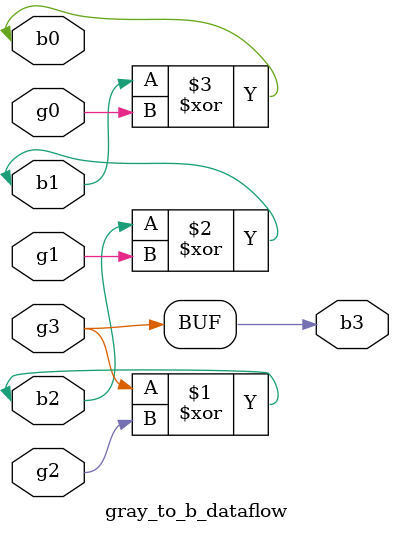
<source format=v>
/*
*	M. Todorov 2021
*/

`timescale 1ns / 1ps

module 	gray_to_b_dataflow 
  	(
		input 	g3,
		input 	g2,
		input 	g1,
		input 	g0,

		output 	b3,
		inout	b2,
		inout	b1,
		inout   b0
   	);
  
  	
	//xor gates.
	assign b3 = g3;
	assign b2 = g3 ^ g2;
	assign b1 = b2 ^ g1;
	assign b0 = b1 ^ g0;


endmodule
</source>
